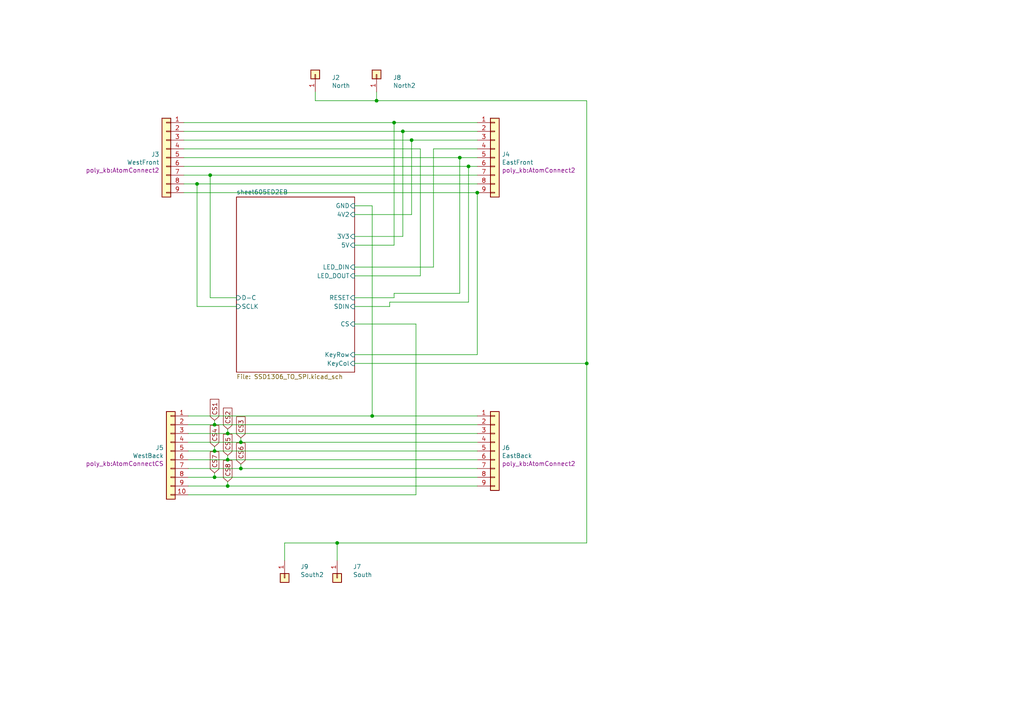
<source format=kicad_sch>
(kicad_sch (version 20211123) (generator eeschema)
  (paper "A4")
  (title_block (title "Poly Keyboard Atom") (date "2022-01-24") (rev "2.1") (company "thpoll"))
  (lib_symbols
    (symbol "Connector_Generic:Conn_01x01" (pin_names (offset 1.016) hide)
      (property "Reference" "J" (at 0 2.54 0))
      (property "Value" "Conn_01x01" (at 0 -2.54 0))
      (symbol "Conn_01x01_1_1"
        (rectangle (start -1.27 0.127) (end 0 -0.127) (stroke (width 0.1524)))
        (rectangle (start -1.27 1.27) (end 1.27 -1.27) (stroke (width 0.254)) (fill (type background)))
        (pin passive line (at -5.08 0 0) (length 3.81) (name "Pin_1") (number "1"))
      )
    )
    (symbol "Connector_Generic:Conn_01x09" (pin_names (offset 1.016) hide)
      (property "Reference" "J" (at 0 12.7 0))
      (property "Value" "Conn_01x09" (at 0 -12.7 0))
      (symbol "Conn_01x09_1_1"
        (rectangle (start -1.27 -10.033) (end 0 -10.287) (stroke (width 0.1524)))
        (rectangle (start -1.27 -7.493) (end 0 -7.747) (stroke (width 0.1524)))
        (rectangle (start -1.27 -4.953) (end 0 -5.207) (stroke (width 0.1524)))
        (rectangle (start -1.27 -2.413) (end 0 -2.667) (stroke (width 0.1524)))
        (rectangle (start -1.27 0.127) (end 0 -0.127) (stroke (width 0.1524)))
        (rectangle (start -1.27 2.667) (end 0 2.413) (stroke (width 0.1524)))
        (rectangle (start -1.27 5.207) (end 0 4.953) (stroke (width 0.1524)))
        (rectangle (start -1.27 7.747) (end 0 7.493) (stroke (width 0.1524)))
        (rectangle (start -1.27 10.287) (end 0 10.033) (stroke (width 0.1524)))
        (rectangle (start -1.27 11.43) (end 1.27 -11.43) (stroke (width 0.254)) (fill (type background)))
        (pin passive line (at -5.08 10.16 0) (length 3.81) (name "Pin_1") (number "1"))
        (pin passive line (at -5.08 7.62 0) (length 3.81) (name "Pin_2") (number "2"))
        (pin passive line (at -5.08 5.08 0) (length 3.81) (name "Pin_3") (number "3"))
        (pin passive line (at -5.08 2.54 0) (length 3.81) (name "Pin_4") (number "4"))
        (pin passive line (at -5.08 0 0) (length 3.81) (name "Pin_5") (number "5"))
        (pin passive line (at -5.08 -2.54 0) (length 3.81) (name "Pin_6") (number "6"))
        (pin passive line (at -5.08 -5.08 0) (length 3.81) (name "Pin_7") (number "7"))
        (pin passive line (at -5.08 -7.62 0) (length 3.81) (name "Pin_8") (number "8"))
        (pin passive line (at -5.08 -10.16 0) (length 3.81) (name "Pin_9") (number "9"))
      )
    )
    (symbol "Connector_Generic:Conn_01x10" (pin_names (offset 1.016) hide)
      (property "Reference" "J" (at 0 12.7 0))
      (property "Value" "Conn_01x10" (at 0 -15.24 0))
      (symbol "Conn_01x10_1_1"
        (rectangle (start -1.27 -12.573) (end 0 -12.827) (stroke (width 0.1524)))
        (rectangle (start -1.27 -10.033) (end 0 -10.287) (stroke (width 0.1524)))
        (rectangle (start -1.27 -7.493) (end 0 -7.747) (stroke (width 0.1524)))
        (rectangle (start -1.27 -4.953) (end 0 -5.207) (stroke (width 0.1524)))
        (rectangle (start -1.27 -2.413) (end 0 -2.667) (stroke (width 0.1524)))
        (rectangle (start -1.27 0.127) (end 0 -0.127) (stroke (width 0.1524)))
        (rectangle (start -1.27 2.667) (end 0 2.413) (stroke (width 0.1524)))
        (rectangle (start -1.27 5.207) (end 0 4.953) (stroke (width 0.1524)))
        (rectangle (start -1.27 7.747) (end 0 7.493) (stroke (width 0.1524)))
        (rectangle (start -1.27 10.287) (end 0 10.033) (stroke (width 0.1524)))
        (rectangle (start -1.27 11.43) (end 1.27 -13.97) (stroke (width 0.254)) (fill (type background)))
        (pin passive line (at -5.08 10.16 0) (length 3.81) (name "Pin_1") (number "1"))
        (pin passive line (at -5.08 -12.7 0) (length 3.81) (name "Pin_10") (number "10"))
        (pin passive line (at -5.08 7.62 0) (length 3.81) (name "Pin_2") (number "2"))
        (pin passive line (at -5.08 5.08 0) (length 3.81) (name "Pin_3") (number "3"))
        (pin passive line (at -5.08 2.54 0) (length 3.81) (name "Pin_4") (number "4"))
        (pin passive line (at -5.08 0 0) (length 3.81) (name "Pin_5") (number "5"))
        (pin passive line (at -5.08 -2.54 0) (length 3.81) (name "Pin_6") (number "6"))
        (pin passive line (at -5.08 -5.08 0) (length 3.81) (name "Pin_7") (number "7"))
        (pin passive line (at -5.08 -7.62 0) (length 3.81) (name "Pin_8") (number "8"))
        (pin passive line (at -5.08 -10.16 0) (length 3.81) (name "Pin_9") (number "9"))
      )
    )
  )
  (junction (at 66.04 140.97))
  (junction (at 62.23 138.43))
  (junction (at 116.84 38.1))
  (junction (at 66.04 125.73))
  (junction (at 119.38 40.64))
  (junction (at 133.35 45.72))
  (junction (at 69.85 135.89))
  (junction (at 114.3 35.56))
  (junction (at 60.96 50.8))
  (junction (at 66.04 133.35))
  (junction (at 135.89 48.26))
  (junction (at 97.79 157.48))
  (junction (at 62.23 130.81))
  (junction (at 138.43 55.88))
  (junction (at 57.15 53.34))
  (junction (at 69.85 128.27))
  (junction (at 170.18 105.41))
  (junction (at 107.95 120.65))
  (junction (at 62.23 123.19))
  (junction (at 109.22 29.21))
  (wire (pts (xy 125.73 43.18) (xy 138.43 43.18)))
  (wire (pts (xy 68.58 88.9) (xy 57.15 88.9)))
  (wire (pts (xy 102.87 88.9) (xy 113.03 88.9)))
  (wire (pts (xy 113.03 87.63) (xy 135.89 87.63)))
  (wire (pts (xy 69.85 128.27) (xy 138.43 128.27)))
  (wire (pts (xy 57.15 88.9) (xy 57.15 53.34)))
  (wire (pts (xy 107.95 59.69) (xy 107.95 120.65)))
  (wire (pts (xy 102.87 59.69) (xy 107.95 59.69)))
  (wire (pts (xy 54.61 120.65) (xy 107.95 120.65)))
  (wire (pts (xy 116.84 38.1) (xy 138.43 38.1)))
  (wire (pts (xy 54.61 135.89) (xy 69.85 135.89)))
  (wire (pts (xy 62.23 137.16) (xy 62.23 138.43)))
  (wire (pts (xy 54.61 140.97) (xy 66.04 140.97)))
  (wire (pts (xy 54.61 128.27) (xy 69.85 128.27)))
  (wire (pts (xy 53.34 40.64) (xy 119.38 40.64)))
  (wire (pts (xy 114.3 35.56) (xy 114.3 71.12)))
  (wire (pts (xy 62.23 123.19) (xy 138.43 123.19)))
  (wire (pts (xy 102.87 68.58) (xy 116.84 68.58)))
  (wire (pts (xy 82.55 157.48) (xy 82.55 162.56)))
  (wire (pts (xy 107.95 120.65) (xy 138.43 120.65)))
  (wire (pts (xy 91.44 29.21) (xy 109.22 29.21)))
  (wire (pts (xy 68.58 86.36) (xy 60.96 86.36)))
  (wire (pts (xy 102.87 80.01) (xy 121.92 80.01)))
  (wire (pts (xy 113.03 88.9) (xy 113.03 87.63)))
  (wire (pts (xy 114.3 71.12) (xy 102.87 71.12)))
  (wire (pts (xy 97.79 157.48) (xy 97.79 162.56)))
  (wire (pts (xy 138.43 102.87) (xy 138.43 55.88)))
  (wire (pts (xy 66.04 140.97) (xy 138.43 140.97)))
  (wire (pts (xy 135.89 48.26) (xy 138.43 48.26)))
  (wire (pts (xy 121.92 43.18) (xy 121.92 80.01)))
  (wire (pts (xy 120.65 93.98) (xy 120.65 143.51)))
  (wire (pts (xy 135.89 87.63) (xy 135.89 48.26)))
  (wire (pts (xy 62.23 130.81) (xy 138.43 130.81)))
  (wire (pts (xy 102.87 77.47) (xy 125.73 77.47)))
  (wire (pts (xy 114.3 35.56) (xy 138.43 35.56)))
  (wire (pts (xy 102.87 102.87) (xy 138.43 102.87)))
  (wire (pts (xy 53.34 55.88) (xy 138.43 55.88)))
  (wire (pts (xy 91.44 29.21) (xy 91.44 26.67)))
  (wire (pts (xy 60.96 50.8) (xy 138.43 50.8)))
  (wire (pts (xy 54.61 133.35) (xy 66.04 133.35)))
  (wire (pts (xy 170.18 157.48) (xy 97.79 157.48)))
  (wire (pts (xy 119.38 40.64) (xy 138.43 40.64)))
  (wire (pts (xy 66.04 124.46) (xy 66.04 125.73)))
  (wire (pts (xy 109.22 29.21) (xy 109.22 26.67)))
  (wire (pts (xy 66.04 139.7) (xy 66.04 140.97)))
  (wire (pts (xy 119.38 62.23) (xy 119.38 40.64)))
  (wire (pts (xy 97.79 157.48) (xy 82.55 157.48)))
  (wire (pts (xy 54.61 123.19) (xy 62.23 123.19)))
  (wire (pts (xy 62.23 129.54) (xy 62.23 130.81)))
  (wire (pts (xy 66.04 125.73) (xy 138.43 125.73)))
  (wire (pts (xy 133.35 85.09) (xy 133.35 45.72)))
  (wire (pts (xy 133.35 45.72) (xy 138.43 45.72)))
  (wire (pts (xy 125.73 77.47) (xy 125.73 43.18)))
  (wire (pts (xy 135.89 48.26) (xy 53.34 48.26)))
  (wire (pts (xy 54.61 143.51) (xy 120.65 143.51)))
  (wire (pts (xy 109.22 29.21) (xy 170.18 29.21)))
  (wire (pts (xy 102.87 62.23) (xy 119.38 62.23)))
  (wire (pts (xy 114.3 86.36) (xy 114.3 85.09)))
  (wire (pts (xy 53.34 43.18) (xy 121.92 43.18)))
  (wire (pts (xy 114.3 85.09) (xy 133.35 85.09)))
  (wire (pts (xy 62.23 138.43) (xy 138.43 138.43)))
  (wire (pts (xy 57.15 53.34) (xy 138.43 53.34)))
  (wire (pts (xy 170.18 105.41) (xy 170.18 157.48)))
  (wire (pts (xy 54.61 138.43) (xy 62.23 138.43)))
  (wire (pts (xy 69.85 127) (xy 69.85 128.27)))
  (wire (pts (xy 116.84 68.58) (xy 116.84 38.1)))
  (wire (pts (xy 57.15 53.34) (xy 53.34 53.34)))
  (wire (pts (xy 69.85 134.62) (xy 69.85 135.89)))
  (wire (pts (xy 66.04 132.08) (xy 66.04 133.35)))
  (wire (pts (xy 62.23 121.92) (xy 62.23 123.19)))
  (wire (pts (xy 102.87 105.41) (xy 170.18 105.41)))
  (wire (pts (xy 116.84 38.1) (xy 53.34 38.1)))
  (wire (pts (xy 66.04 133.35) (xy 138.43 133.35)))
  (wire (pts (xy 69.85 135.89) (xy 138.43 135.89)))
  (wire (pts (xy 66.04 125.73) (xy 54.61 125.73)))
  (wire (pts (xy 102.87 93.98) (xy 120.65 93.98)))
  (wire (pts (xy 170.18 29.21) (xy 170.18 105.41)))
  (wire (pts (xy 53.34 35.56) (xy 114.3 35.56)))
  (wire (pts (xy 133.35 45.72) (xy 53.34 45.72)))
  (wire (pts (xy 102.87 86.36) (xy 114.3 86.36)))
  (wire (pts (xy 60.96 86.36) (xy 60.96 50.8)))
  (wire (pts (xy 60.96 50.8) (xy 53.34 50.8)))
  (wire (pts (xy 54.61 130.81) (xy 62.23 130.81)))
  (global_label "CS3" (shape input) (at 69.85 127 90) (property "Intersheet References" "${INTERSHEET_REFS}" (effects hide)))
  (global_label "CS5" (shape input) (at 66.04 132.08 90) (property "Intersheet References" "${INTERSHEET_REFS}" (effects hide)))
  (global_label "CS1" (shape input) (at 62.23 121.92 90) (property "Intersheet References" "${INTERSHEET_REFS}" (effects hide)))
  (global_label "CS2" (shape input) (at 66.04 124.46 90) (property "Intersheet References" "${INTERSHEET_REFS}" (effects hide)))
  (global_label "CS8" (shape input) (at 66.04 139.7 90) (property "Intersheet References" "${INTERSHEET_REFS}" (effects hide)))
  (global_label "CS7" (shape input) (at 62.23 137.16 90) (property "Intersheet References" "${INTERSHEET_REFS}" (effects hide)))
  (global_label "CS4" (shape input) (at 62.23 129.54 90) (property "Intersheet References" "${INTERSHEET_REFS}" (effects hide)))
  (global_label "CS6" (shape input) (at 69.85 134.62 90) (property "Intersheet References" "${INTERSHEET_REFS}" (effects hide)))
  (symbol (lib_id "Connector_Generic:Conn_01x09") (at 143.51 45.72 0) (unit 1)
    (property "Reference" "J4" (at 145.542 44.7802 0) (effects (justify left)))
    (property "Value" "EastFront" (at 145.542 47.0916 0) (effects (justify left)))
    (property "Footprint" "poly_kb:AtomConnect2" (at 145.542 49.403 0) (effects (justify left)))
  )
  (symbol (lib_id "Connector_Generic:Conn_01x09") (at 48.26 45.72 0) (mirror y) (unit 1)
    (property "Reference" "J3" (at 46.228 44.7802 0) (effects (justify left)))
    (property "Value" "WestFront" (at 46.228 47.0916 0) (effects (justify left)))
    (property "Footprint" "poly_kb:AtomConnect2" (at 46.228 49.403 0) (effects (justify left)))
  )
  (symbol (lib_id "Connector_Generic:Conn_01x09") (at 143.51 130.81 0) (unit 1)
    (property "Reference" "J6" (at 145.542 129.8702 0) (effects (justify left)))
    (property "Value" "EastBack" (at 145.542 132.1816 0) (effects (justify left)))
    (property "Footprint" "poly_kb:AtomConnect2" (at 145.542 134.493 0) (effects (justify left)))
  )
  (symbol (lib_id "Connector_Generic:Conn_01x10") (at 49.53 130.81 0) (mirror y) (unit 1)
    (property "Reference" "J5" (at 47.498 129.8702 0) (effects (justify left)))
    (property "Value" "WestBack" (at 47.498 132.1816 0) (effects (justify left)))
    (property "Footprint" "poly_kb:AtomConnectCS" (at 47.498 134.493 0) (effects (justify left)))
  )
  (symbol (lib_id "Connector_Generic:Conn_01x01") (at 91.44 21.59 90) (unit 1)
    (property "Reference" "J2" (at 96.2152 22.5044 90) (effects (justify right)))
    (property "Value" "North" (at 96.2152 24.8158 90) (effects (justify right)))
    (property "Footprint" "poly_kb:TestPoin_1.5x1.5mm_Drill0.7mm" (effects hide))
  )
  (symbol (lib_id "Connector_Generic:Conn_01x01") (at 97.79 167.64 270) (unit 1)
    (property "Reference" "J7" (at 102.362 164.3888 90) (effects (justify left)))
    (property "Value" "South" (at 102.362 166.7002 90) (effects (justify left)))
    (property "Footprint" "poly_kb:TestPoin_1.5x1.5mm_Drill0.7mm" (effects hide))
  )
  (symbol (lib_id "Connector_Generic:Conn_01x01") (at 109.22 21.59 90) (unit 1)
    (property "Reference" "J8" (at 113.9952 22.5044 90) (effects (justify right)))
    (property "Value" "North2" (at 113.9952 24.8158 90) (effects (justify right)))
    (property "Footprint" "poly_kb:TestPoin_1.5x1.5mm_Drill0.7mm" (effects hide))
  )
  (symbol (lib_id "Connector_Generic:Conn_01x01") (at 82.55 167.64 270) (unit 1)
    (property "Reference" "J9" (at 87.122 164.3888 90) (effects (justify left)))
    (property "Value" "South2" (at 87.122 166.7002 90) (effects (justify left)))
    (property "Footprint" "poly_kb:TestPoin_1.5x1.5mm_Drill0.7mm" (effects hide))
  )
  (sheet (at 68.58 57.15) (size 34.29 50.8)
    (property "Sheet name" "sheet605ED2EB" (at 68.58 56.4384 0) (effects (justify left bottom)))
    (property "Sheet file" "SSD1306_TO_SPI.kicad_sch" (at 68.58 108.5346 0) (effects (justify left top)))
    (pin "SDIN" input (at 102.87 88.9 0))
    (pin "SCLK" input (at 68.58 88.9 180))
    (pin "D-C" input (at 68.58 86.36 180))
    (pin "CS" input (at 102.87 93.98 0))
    (pin "RESET" input (at 102.87 86.36 0))
    (pin "LED_DIN" input (at 102.87 77.47 0))
    (pin "LED_DOUT" input (at 102.87 80.01 0))
    (pin "GND" input (at 102.87 59.69 0))
    (pin "3V3" input (at 102.87 68.58 0))
    (pin "4V2" input (at 102.87 62.23 0))
    (pin "5V" input (at 102.87 71.12 0))
    (pin "KeyRow" input (at 102.87 102.87 0))
    (pin "KeyCol" input (at 102.87 105.41 0))
  )
)
</source>
